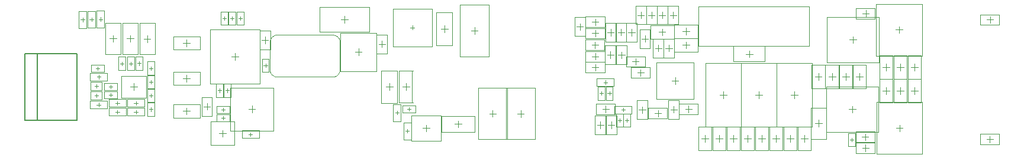
<source format=gbr>
%FSTAX23Y23*%
%MOIN*%
%SFA1B1*%

%IPPOS*%
%ADD92C,0.007874*%
%ADD94C,0.003937*%
%ADD144C,0.001968*%
%LNpcb_mechanical_15-1*%
%LPD*%
G54D92*
X00433Y0097D02*
X00655D01*
Y00592D02*
Y0097D01*
X00364Y00592D02*
X00655D01*
X00433D02*
Y0097D01*
X00364Y00592D02*
Y0097D01*
X00433*
G54D94*
X01782Y01076D02*
D01*
X01779Y01076*
X01777Y01075*
X01774Y01075*
X01771Y01074*
X01769Y01073*
X01766Y01072*
X01764Y01071*
X01761Y0107*
X01759Y01068*
X01757Y01066*
X01755Y01065*
X01753Y01063*
X01751Y0106*
X01749Y01058*
X01748Y01056*
X01747Y01053*
X01746Y01051*
X01745Y01048*
X01744Y01046*
X01743Y01043*
X01743Y0104*
X01743Y01038*
X01743Y01036*
Y00879D02*
D01*
X01743Y00876*
X01743Y00873*
X01744Y00871*
X01744Y00868*
X01745Y00865*
X01746Y00863*
X01747Y0086*
X01749Y00858*
X0175Y00856*
X01752Y00853*
X01754Y00851*
X01756Y0085*
X01758Y00848*
X0176Y00846*
X01762Y00845*
X01765Y00843*
X01767Y00842*
X0177Y00841*
X01772Y00841*
X01775Y0084*
X01778Y0084*
X01781Y00839*
X01782Y00839*
X02136Y01036D02*
D01*
X02136Y01039*
X02136Y01042*
X02135Y01044*
X02135Y01047*
X02134Y0105*
X02133Y01052*
X02132Y01055*
X0213Y01057*
X02129Y01059*
X02127Y01062*
X02125Y01064*
X02123Y01065*
X02121Y01067*
X02119Y01069*
X02117Y0107*
X02114Y01072*
X02112Y01073*
X02109Y01074*
X02107Y01074*
X02104Y01075*
X02101Y01075*
X02098Y01076*
X02097Y01076*
Y00839D02*
D01*
X021Y00839*
X02102Y0084*
X02105Y0084*
X02108Y00841*
X0211Y00842*
X02113Y00843*
X02115Y00844*
X02118Y00845*
X0212Y00847*
X02122Y00849*
X02124Y0085*
X02126Y00852*
X02128Y00855*
X0213Y00857*
X02131Y00859*
X02132Y00862*
X02133Y00864*
X02134Y00867*
X02135Y00869*
X02136Y00872*
X02136Y00875*
X02136Y00877*
X02136Y00879*
X01388Y00652D02*
Y00689D01*
X01369Y00671D02*
X01406D01*
X05193Y00761D02*
X05233D01*
X05213Y00741D02*
Y00781D01*
X02726Y01091D02*
Y0113D01*
X02706Y01111D02*
X02745D01*
X02374Y01005D02*
Y01042D01*
X02355Y01024D02*
X02392D01*
X01052Y01034D02*
Y01073D01*
X01032Y01054D02*
X01071D01*
X00956Y01035D02*
Y01074D01*
X00936Y01055D02*
X00975D01*
X0086Y01035D02*
Y01074D01*
X0084Y01055D02*
X00879D01*
X02546Y01106D02*
Y01129D01*
X02534Y01118D02*
X02557D01*
X02222Y00979D02*
X02261D01*
X02242Y0096D02*
Y00999D01*
X02164Y01143D02*
Y01183D01*
X02144Y01163D02*
X02183D01*
X00677Y01162D02*
X00698D01*
X00688Y01151D02*
Y01173D01*
X00666Y01114D02*
Y0121D01*
X00709Y01114D02*
Y0121D01*
X00666Y01114D02*
X00709D01*
X00666Y0121D02*
X00709D01*
X02136Y00879D02*
Y01036D01*
X01782Y00839D02*
X02097D01*
X01782Y01076D02*
X02097D01*
X01743Y00879D02*
Y01036D01*
X02997Y00612D02*
Y00651D01*
X02978Y00631D02*
X03017D01*
X03155Y00611D02*
Y00651D01*
X03135Y00631D02*
X03174D01*
X01526Y00954D02*
X01565D01*
X01545Y00934D02*
Y00973D01*
X04025Y00797D02*
Y00836D01*
X04005Y00817D02*
X04044D01*
X00976Y00762D02*
Y00802D01*
X00956Y00782D02*
X00995D01*
X02623Y00529D02*
Y00568D01*
X02603Y00549D02*
X02642D01*
X03723Y00944D02*
Y00981D01*
X03704Y00963D02*
X03742D01*
X03661Y00944D02*
Y00982D01*
X03642Y00963D02*
X0368D01*
X03584Y00786D02*
Y00829D01*
X03681Y00786D02*
Y00829D01*
X03584D02*
X03681D01*
X03584Y00786D02*
X03681D01*
X03622Y00808D02*
X03643D01*
X03633Y00797D02*
Y00819D01*
X03599Y00745D02*
X0362D01*
X0361Y00735D02*
Y00755D01*
X03932Y01092D02*
X03971D01*
X03952Y01072D02*
Y01111D01*
X03744Y00592D02*
X03764D01*
X03754Y00582D02*
Y00603D01*
X0501Y00482D02*
X05031D01*
X05021Y00472D02*
Y00492D01*
X05024Y00635D02*
Y00674D01*
X05004Y00655D02*
X05043D01*
X05077Y005D02*
X05114D01*
X05096Y00481D02*
Y00518D01*
X04496Y00716D02*
Y00755D01*
X04476Y00735D02*
X04515D01*
X04082Y00656D02*
X04119D01*
X04101Y00637D02*
Y00675D01*
X03556Y01085D02*
X03593D01*
X03575Y01066D02*
Y01103D01*
X03556Y00892D02*
X03593D01*
X03575Y00873D02*
Y00911D01*
X03556Y00954D02*
X03593D01*
X03575Y00935D02*
Y00972D01*
X03556Y0115D02*
X03593D01*
X03575Y01131D02*
Y01168D01*
X03489Y01104D02*
Y01141D01*
X0347Y01123D02*
X03507D01*
X05027Y01029D02*
Y01068D01*
X05007Y01049D02*
X05046D01*
X05268Y00549D02*
X05307D01*
X05288Y00529D02*
Y00568D01*
X03684Y00631D02*
Y00674D01*
X03781Y00631D02*
Y00674D01*
X03684D02*
X03781D01*
X03684Y00631D02*
X03781D01*
X03722Y00653D02*
X03743D01*
X03733Y00642D02*
Y00663D01*
X03702Y00592D02*
X03722D01*
X03712Y00582D02*
Y00603D01*
X03644Y00745D02*
X03665D01*
X03655Y00735D02*
Y00755D01*
X03931Y00982D02*
Y01019D01*
X03912Y01001D02*
X03949D01*
X04017Y00635D02*
Y00672D01*
X03998Y00654D02*
X04035D01*
X0384Y00634D02*
Y00671D01*
X03821Y00653D02*
X03859D01*
X04422Y00968D02*
X04462D01*
X04442Y00949D02*
Y00988D01*
X03616Y00657D02*
X03653D01*
X03634Y00638D02*
Y00675D01*
X05078Y00437D02*
X05115D01*
X05097Y00418D02*
Y00455D01*
X03665Y00548D02*
Y00586D01*
X03647Y00567D02*
X03684D01*
X03953Y0117D02*
Y01207D01*
X03934Y01188D02*
X03971D01*
X04014Y0117D02*
Y01207D01*
X03995Y01188D02*
X04032D01*
X03833Y0117D02*
Y01207D01*
X03814Y01188D02*
X03851D01*
X03893Y0117D02*
Y01207D01*
X03874Y01188D02*
X03911D01*
X03855Y01035D02*
Y01072D01*
X03836Y01054D02*
X03873D01*
X05079Y01197D02*
X05116D01*
X05098Y01178D02*
Y01215D01*
X03604Y00548D02*
Y00586D01*
X03585Y00567D02*
X03622D01*
X0378Y01071D02*
Y01109D01*
X03761Y0109D02*
X03798D01*
X03662Y01071D02*
Y01109D01*
X03643Y0109D02*
X03681D01*
X03721Y01072D02*
Y01109D01*
X03702Y01091D02*
X03739D01*
X03556Y01019D02*
X03593D01*
X03574Y01D02*
Y01038D01*
X03783Y00925D02*
X0382D01*
X03802Y00906D02*
Y00943D01*
X05778Y00486D02*
X05815D01*
X05797Y00467D02*
Y00504D01*
X05779Y01162D02*
X05816D01*
X05798Y01143D02*
Y0118D01*
X03812Y00863D02*
X03849D01*
X03831Y00844D02*
Y00881D01*
X0399Y00982D02*
Y01019D01*
X03971Y01001D02*
X04008D01*
X04296Y00716D02*
Y00755D01*
X04276Y00736D02*
X04315D01*
X04696Y00716D02*
Y00755D01*
X04676Y00736D02*
X04715D01*
X05267Y01105D02*
X05306D01*
X05287Y01085D02*
Y01124D01*
X03909Y00633D02*
X03946D01*
X03928Y00614D02*
Y00651D01*
X04067Y01096D02*
X04106D01*
X04087Y01076D02*
Y01115D01*
X04067Y01019D02*
X04106D01*
X04087Y00999D02*
Y01038D01*
X04832Y0082D02*
Y0086D01*
X04812Y0084D02*
X04851D01*
X05373Y00741D02*
Y00781D01*
X05353Y00761D02*
X05393D01*
X05293Y00741D02*
Y00781D01*
X05273Y00761D02*
X05313D01*
X04833Y00556D02*
Y00595D01*
X04813Y00576D02*
X04852D01*
X04986Y0082D02*
Y00859D01*
X04966Y0084D02*
X05005D01*
X04909Y0082D02*
Y00859D01*
X04889Y0084D02*
X04928D01*
X05213Y00872D02*
Y00912D01*
X05193Y00892D02*
X05233D01*
X05293Y00872D02*
Y00912D01*
X05273Y00892D02*
X05313D01*
X05373Y00872D02*
Y00912D01*
X05353Y00892D02*
X05393D01*
X05063Y00819D02*
Y00859D01*
X05043Y00839D02*
X05082D01*
X04752Y00469D02*
Y00509D01*
X04733Y00489D02*
X04772D01*
X04672Y00469D02*
Y00509D01*
X04653Y00489D02*
X04692D01*
X04592Y00469D02*
Y00509D01*
X04573Y00489D02*
X04612D01*
X04512Y00469D02*
Y00509D01*
X04493Y00489D02*
X04532D01*
X04432Y00469D02*
Y00509D01*
X04413Y00489D02*
X04452D01*
X04352Y00469D02*
Y00509D01*
X04333Y00489D02*
X04372D01*
X04272Y00469D02*
Y00509D01*
X04253Y00489D02*
X04292D01*
X04192Y00469D02*
Y00509D01*
X04173Y00489D02*
X04212D01*
X00765Y00722D02*
Y00742D01*
X00755Y00732D02*
X00775D01*
X00765Y00778D02*
Y00797D01*
X00755Y00788D02*
X00775D01*
X01718Y00892D02*
Y00913D01*
X01707Y00903D02*
X01728D01*
X01476Y00499D02*
Y00538D01*
X01456Y00519D02*
X01495D01*
X01072Y008D02*
Y0082D01*
X01062Y0081D02*
X01082D01*
X00779Y00828D02*
Y0085D01*
X00768Y00839D02*
X0079D01*
X00731Y00861D02*
X00827D01*
X00731Y00818D02*
X00827D01*
X00731D02*
Y00861D01*
X00827Y00818D02*
Y00861D01*
X00778Y0067D02*
Y00692D01*
X00767Y00681D02*
X00789D01*
X0073Y00703D02*
X00826D01*
X0073Y0066D02*
X00826D01*
X0073D02*
Y00703D01*
X00826Y0066D02*
Y00703D01*
X00958Y00904D02*
Y00924D01*
X00948Y00914D02*
X00968D01*
X00763Y00888D02*
X00784D01*
X00774Y00877D02*
Y00898D01*
X01073Y00878D02*
Y00898D01*
X01062Y00888D02*
X01083D01*
X01697Y01047D02*
X01734D01*
X01716Y01028D02*
Y01065D01*
X01503Y00751D02*
Y00772D01*
X01493Y00762D02*
X01513D01*
X01458Y00751D02*
Y00772D01*
X01448Y00762D02*
X01468D01*
X01274Y0081D02*
Y00849D01*
X01254Y0083D02*
X01293D01*
X01274Y00625D02*
Y00664D01*
X01254Y00645D02*
X01293D01*
X01274Y01011D02*
Y0105D01*
X01254Y01031D02*
X01293D01*
X01575Y0116D02*
Y0118D01*
X01565Y0117D02*
X01585D01*
X0153Y0116D02*
Y0118D01*
X0152Y0117D02*
X0154D01*
X01485Y0116D02*
Y0118D01*
X01475Y0117D02*
X01495D01*
X01469Y00652D02*
X01489D01*
X01479Y00642D02*
Y00662D01*
X01469Y00607D02*
X01489D01*
X01479Y00597D02*
Y00617D01*
X01622Y00656D02*
X01661D01*
X01642Y00636D02*
Y00675D01*
X01634Y00503D02*
Y00524D01*
X01623Y00514D02*
X01644D01*
X01585Y00535D02*
X01682D01*
X01585Y00492D02*
X01682D01*
X01585D02*
Y00535D01*
X01682Y00492D02*
Y00535D01*
X02416Y00762D02*
Y00802D01*
X02396Y00782D02*
X02435D01*
X02895Y0108D02*
Y01119D01*
X02875Y011D02*
X02914D01*
X00767Y01116D02*
X00811D01*
X00767Y01212D02*
X00811D01*
X00767Y01116D02*
Y01212D01*
X00811Y01116D02*
Y01212D01*
X00789Y01153D02*
Y01175D01*
X00778Y01164D02*
X008D01*
X00716Y01211D02*
X00759D01*
X00716Y01115D02*
X00759D01*
Y01211*
X00716Y01115D02*
Y01211D01*
X00738Y01152D02*
Y01174D01*
X00727Y01163D02*
X00748D01*
X00995Y00915D02*
X01015D01*
X01005Y00904D02*
Y00925D01*
X00939Y00619D02*
Y00662D01*
X01036Y00619D02*
Y00662D01*
X00939D02*
X01036D01*
X00939Y00619D02*
X01036D01*
X00977Y00641D02*
X00999D01*
X00988Y0063D02*
Y00651D01*
X00939Y00669D02*
Y00712D01*
X01036Y00669D02*
Y00712D01*
X00939D02*
X01036D01*
X00939Y00669D02*
X01036D01*
X00977Y00691D02*
X00998D01*
X00988Y0068D02*
Y00701D01*
X00836Y00619D02*
Y00662D01*
X00932Y00619D02*
Y00662D01*
X00836D02*
X00932D01*
X00836Y00619D02*
X00932D01*
X00873Y00641D02*
X00895D01*
X00884Y0063D02*
Y00651D01*
X00836Y00669D02*
Y00712D01*
X00932Y00669D02*
Y00712D01*
X00836D02*
X00932D01*
X00836Y00669D02*
X00932D01*
X00873Y00691D02*
X00895D01*
X00884Y0068D02*
Y00701D01*
X00847Y00773D02*
Y00793D01*
X00837Y00783D02*
X00857D01*
X00847Y00727D02*
Y00747D01*
X00837Y00737D02*
X00857D01*
X00901Y00914D02*
X00921D01*
X00911Y00904D02*
Y00924D01*
X01062Y00733D02*
X01082D01*
X01072Y00722D02*
Y00743D01*
X01062Y00655D02*
X01082D01*
X01072Y00644D02*
Y00665D01*
X02784Y00572D02*
X02823D01*
X02804Y00552D02*
Y00591D01*
X02495Y00581D02*
X02538D01*
X02495Y00484D02*
X02538D01*
Y00581*
X02495Y00484D02*
Y00581D01*
X02517Y00522D02*
Y00543D01*
X02506Y00533D02*
X02527D01*
X02526Y00646D02*
Y00667D01*
X02515Y00657D02*
X02536D01*
X02509Y00763D02*
Y00803D01*
X02489Y00783D02*
X02528D01*
X02437Y00587D02*
X0248D01*
X02437Y00684D02*
X0248D01*
X02437Y00587D02*
Y00684D01*
X0248Y00587D02*
Y00684D01*
X02459Y00625D02*
Y00646D01*
X02448Y00635D02*
X02469D01*
G54D144*
X0478Y01013D02*
Y01238D01*
X04155Y01013D02*
Y01238D01*
X0478*
X04155Y01013D02*
X0478D01*
X01358Y00724D02*
X01417D01*
X01358Y00617D02*
X01417D01*
Y00724*
X01358Y00617D02*
Y00724D01*
X05251Y00694D02*
Y00828D01*
X05176Y00694D02*
Y00828D01*
X05251*
X05176Y00694D02*
X05251D01*
X0268Y01018D02*
X02771D01*
X0268Y01203D02*
X02771D01*
X0268Y01018D02*
Y01203D01*
X02771Y01018D02*
Y01203D01*
X02344Y0097D02*
X02403D01*
X02344Y01077D02*
X02403D01*
X02344Y0097D02*
Y01077D01*
X02403Y0097D02*
Y01077D01*
X01008Y00965D02*
X01095D01*
X01008Y01142D02*
X01095D01*
X01008Y00965D02*
Y01142D01*
X01095Y00965D02*
Y01142D01*
X00912Y00966D02*
X00999D01*
X00912Y01143D02*
X00999D01*
X00912Y00966D02*
Y01143D01*
X00999Y00966D02*
Y01143D01*
X00816Y00966D02*
X00903D01*
X00816Y01143D02*
X00903D01*
X00816Y00966D02*
Y01143D01*
X00903Y00966D02*
Y01143D01*
X02435Y01011D02*
X02656D01*
X02435D02*
Y01224D01*
X02656Y01011D02*
Y01224D01*
X02435D02*
X02656D01*
X02342Y0087D02*
Y01087D01*
X02141Y0087D02*
Y01087D01*
X02342*
X02141Y0087D02*
X02342D01*
X02024Y01232D02*
X02304D01*
X02024Y01094D02*
X02304D01*
X02024D02*
Y01232D01*
X02304Y01094D02*
Y01232D01*
X02915Y00777D02*
X0308D01*
X02915Y00486D02*
X0308D01*
Y00777*
X02915Y00486D02*
Y00777D01*
X03072Y00777D02*
X03237D01*
X03072Y00485D02*
X03237D01*
Y00777*
X03072Y00485D02*
Y00777D01*
X01685Y008D02*
Y01107D01*
X01405Y008D02*
Y01107D01*
X01685*
X01405Y008D02*
X01685D01*
X03921Y0092D02*
X04128D01*
X03921Y00713D02*
X04128D01*
Y0092*
X03921Y00713D02*
Y0092D01*
X00905Y0072D02*
X01047D01*
X00905Y00844D02*
X01047D01*
Y0072D02*
Y00844D01*
X00905Y0072D02*
Y00844D01*
X0254Y00478D02*
X02705D01*
X0254Y00619D02*
X02705D01*
Y00478D02*
Y00619D01*
X0254Y00478D02*
Y00619D01*
X03693Y00909D02*
X03752D01*
X03693Y01016D02*
X03752D01*
X03693Y00909D02*
Y01016D01*
X03752Y00909D02*
Y01016D01*
X03631Y0091D02*
X0369D01*
X03631Y01016D02*
X0369D01*
X03631Y0091D02*
Y01016D01*
X0369Y0091D02*
Y01016D01*
X03629Y00708D02*
Y00783D01*
X0359Y00708D02*
Y00783D01*
X03629*
X0359Y00708D02*
X03629D01*
X04018Y01054D02*
Y01129D01*
X03885Y01054D02*
Y01129D01*
Y01054D02*
X04018D01*
X03885Y01129D02*
X04018D01*
X03773Y00555D02*
Y0063D01*
X03734Y00555D02*
Y0063D01*
X03773*
X03734Y00555D02*
X03773D01*
X0504Y00445D02*
Y0052D01*
X05001Y00445D02*
Y0052D01*
X0504*
X05001Y00445D02*
X0504D01*
X04877Y00784D02*
X0517D01*
X04877Y00525D02*
X0517D01*
X04877D02*
Y00784D01*
X0517Y00525D02*
Y00784D01*
X05149Y0047D02*
Y00529D01*
X05042Y0047D02*
Y00529D01*
Y0047D02*
X05149D01*
X05042Y00529D02*
X05149D01*
X04395Y00915D02*
X04596D01*
X04395Y00556D02*
X04596D01*
Y00915*
X04395Y00556D02*
Y00915D01*
X04154Y00627D02*
Y00686D01*
X04047Y00627D02*
Y00686D01*
Y00627D02*
X04154D01*
X04047Y00686D02*
X04154D01*
X03521Y01055D02*
Y01114D01*
X03628Y01055D02*
Y01114D01*
X03521D02*
X03628D01*
X03521Y01055D02*
X03628D01*
X03521Y00863D02*
Y00922D01*
X03628Y00863D02*
Y00922D01*
X03521D02*
X03628D01*
X03521Y00863D02*
X03628D01*
X03521Y00924D02*
Y00983D01*
X03628Y00924D02*
Y00983D01*
X03521D02*
X03628D01*
X03521Y00924D02*
X03628D01*
X03521Y0112D02*
Y01179D01*
X03628Y0112D02*
Y01179D01*
X03521D02*
X03628D01*
X03521Y0112D02*
X03628D01*
X03459Y01069D02*
X03518D01*
X03459Y01176D02*
X03518D01*
X03459Y01069D02*
Y01176D01*
X03518Y01069D02*
Y01176D01*
X0488Y01178D02*
X05173D01*
X0488Y00919D02*
X05173D01*
X0488D02*
Y01178D01*
X05173Y00919D02*
Y01178D01*
X05417Y00402D02*
Y00695D01*
X05158Y00402D02*
Y00695D01*
X05417*
X05158Y00402D02*
X05417D01*
X03732Y00555D02*
Y0063D01*
X03692Y00555D02*
Y0063D01*
X03732*
X03692Y00555D02*
X03732D01*
X03674Y00708D02*
Y00783D01*
X03635Y00708D02*
Y00783D01*
X03674*
X03635Y00708D02*
X03674D01*
X03901Y00947D02*
X0396D01*
X03901Y01054D02*
X0396D01*
X03901Y00947D02*
Y01054D01*
X0396Y00947D02*
Y01054D01*
X03987Y00707D02*
X04046D01*
X03987Y006D02*
X04046D01*
Y00707*
X03987Y006D02*
Y00707D01*
X03811Y00706D02*
X0387D01*
X03811Y00599D02*
X0387D01*
Y00706*
X03811Y00599D02*
Y00706D01*
X04531Y00925D02*
Y01012D01*
X04353Y00925D02*
Y01012D01*
Y00925D02*
X04531D01*
X04353Y01012D02*
X04531D01*
X03581Y00627D02*
Y00686D01*
X03687Y00627D02*
Y00686D01*
X03581D02*
X03687D01*
X03581Y00627D02*
X03687D01*
X05043Y00407D02*
Y00466D01*
X0515Y00407D02*
Y00466D01*
X05043D02*
X0515D01*
X05043Y00407D02*
X0515D01*
X03636Y00514D02*
X03695D01*
X03636Y0062D02*
X03695D01*
X03636Y00514D02*
Y0062D01*
X03695Y00514D02*
Y0062D01*
X03923Y01135D02*
X03982D01*
X03923Y01241D02*
X03982D01*
X03923Y01135D02*
Y01241D01*
X03982Y01135D02*
Y01241D01*
X03984D02*
X04043D01*
X03984Y01135D02*
X04043D01*
Y01241*
X03984Y01135D02*
Y01241D01*
X03803Y01135D02*
X03862D01*
X03803Y01241D02*
X03862D01*
X03803Y01135D02*
Y01241D01*
X03862Y01135D02*
Y01241D01*
X03863D02*
X03922D01*
X03863Y01135D02*
X03922D01*
Y01241*
X03863Y01135D02*
Y01241D01*
X03825Y01107D02*
X03884D01*
X03825Y01D02*
X03884D01*
Y01107*
X03825Y01D02*
Y01107D01*
X05044Y01167D02*
Y01226D01*
X05151Y01167D02*
Y01226D01*
X05044D02*
X05151D01*
X05044Y01167D02*
X05151D01*
X03574Y0062D02*
X03633D01*
X03574Y00514D02*
X03633D01*
Y0062*
X03574Y00514D02*
Y0062D01*
X0375Y01143D02*
X03809D01*
X0375Y01037D02*
X03809D01*
Y01143*
X0375Y01037D02*
Y01143D01*
X03633Y01037D02*
X03692D01*
X03633Y01143D02*
X03692D01*
X03633Y01037D02*
Y01143D01*
X03692Y01037D02*
Y01143D01*
X03691Y01037D02*
X0375D01*
X03691Y01144D02*
X0375D01*
X03691Y01037D02*
Y01144D01*
X0375Y01037D02*
Y01144D01*
X03627Y0099D02*
Y01049D01*
X03521Y0099D02*
Y01049D01*
Y0099D02*
X03627D01*
X03521Y01049D02*
X03627D01*
X03855Y00895D02*
Y00954D01*
X03748Y00895D02*
Y00954D01*
Y00895D02*
X03855D01*
X03748Y00954D02*
X03855D01*
X0585Y00456D02*
Y00515D01*
X05743Y00456D02*
Y00515D01*
Y00456D02*
X0585D01*
X05743Y00515D02*
X0585D01*
X05851Y01132D02*
Y01191D01*
X05744Y01132D02*
Y01191D01*
Y01132D02*
X05851D01*
X05744Y01191D02*
X05851D01*
X03884Y00833D02*
Y00892D01*
X03777Y00833D02*
Y00892D01*
Y00833D02*
X03884D01*
X03777Y00892D02*
X03884D01*
X0396Y00947D02*
X04019D01*
X0396Y01054D02*
X04019D01*
X0396Y00947D02*
Y01054D01*
X04019Y00947D02*
Y01054D01*
X04195Y00915D02*
X04396D01*
X04195Y00556D02*
X04396D01*
Y00915*
X04195Y00556D02*
Y00915D01*
X04595Y00556D02*
X04796D01*
X04595Y00915D02*
X04796D01*
X04595Y00556D02*
Y00915D01*
X04796Y00556D02*
Y00915D01*
X05157Y00958D02*
Y01251D01*
X05416Y00958D02*
Y01251D01*
X05157Y00958D02*
X05416D01*
X05157Y01251D02*
X05416D01*
X03981Y00603D02*
Y00662D01*
X03874Y00603D02*
Y00662D01*
Y00603D02*
X03981D01*
X03874Y00662D02*
X03981D01*
X0402Y01058D02*
Y01133D01*
X04153Y01058D02*
Y01133D01*
X0402D02*
X04153D01*
X0402Y01058D02*
X04153D01*
X0402Y00981D02*
Y01056D01*
X04153Y00981D02*
Y01056D01*
X0402D02*
X04153D01*
X0402Y00981D02*
X04153D01*
X04794Y00773D02*
X04869D01*
X04794Y00907D02*
X04869D01*
X04794Y00773D02*
Y00907D01*
X04869Y00773D02*
Y00907D01*
X05336Y00694D02*
X0541D01*
X05336Y00828D02*
X0541D01*
X05336Y00694D02*
Y00828D01*
X0541Y00694D02*
Y00828D01*
X05256Y00694D02*
X0533D01*
X05256Y00828D02*
X0533D01*
X05256Y00694D02*
Y00828D01*
X0533Y00694D02*
Y00828D01*
X04789Y00487D02*
X04876D01*
X04789Y00664D02*
X04876D01*
X04789Y00487D02*
Y00664D01*
X04876Y00487D02*
Y00664D01*
X04948Y00773D02*
X05023D01*
X04948Y00906D02*
X05023D01*
X04948Y00773D02*
Y00906D01*
X05023Y00773D02*
Y00906D01*
X04871Y00773D02*
X04946D01*
X04871Y00906D02*
X04946D01*
X04871Y00773D02*
Y00906D01*
X04946Y00773D02*
Y00906D01*
X05176Y00959D02*
X05251D01*
X05176Y00825D02*
X05251D01*
Y00959*
X05176Y00825D02*
Y00959D01*
X05256D02*
X05331D01*
X05256Y00825D02*
X05331D01*
Y00959*
X05256Y00825D02*
Y00959D01*
X05336D02*
X05411D01*
X05336Y00825D02*
X05411D01*
Y00959*
X05336Y00825D02*
Y00959D01*
X05025Y00772D02*
X051D01*
X05025Y00906D02*
X051D01*
X05025Y00772D02*
Y00906D01*
X051Y00772D02*
Y00906D01*
X04715Y00422D02*
X0479D01*
X04715Y00556D02*
X0479D01*
X04715Y00422D02*
Y00556D01*
X0479Y00422D02*
Y00556D01*
X04635Y00422D02*
X0471D01*
X04635Y00556D02*
X0471D01*
X04635Y00422D02*
Y00556D01*
X0471Y00422D02*
Y00556D01*
X04555Y00422D02*
X0463D01*
X04555Y00556D02*
X0463D01*
X04555Y00422D02*
Y00556D01*
X0463Y00422D02*
Y00556D01*
X04475Y00422D02*
X0455D01*
X04475Y00556D02*
X0455D01*
X04475Y00422D02*
Y00556D01*
X0455Y00422D02*
Y00556D01*
X04395Y00422D02*
X0447D01*
X04395Y00556D02*
X0447D01*
X04395Y00422D02*
Y00556D01*
X0447Y00422D02*
Y00556D01*
X04315Y00422D02*
X0439D01*
X04315Y00556D02*
X0439D01*
X04315Y00422D02*
Y00556D01*
X0439Y00422D02*
Y00556D01*
X04235Y00422D02*
X0431D01*
X04235Y00556D02*
X0431D01*
X04235Y00422D02*
Y00556D01*
X0431Y00422D02*
Y00556D01*
X04155Y00422D02*
X0423D01*
X04155Y00556D02*
X0423D01*
X04155Y00422D02*
Y00556D01*
X0423Y00422D02*
Y00556D01*
X00734Y00709D02*
X00797D01*
X00734Y00756D02*
X00797D01*
Y00709D02*
Y00756D01*
X00734Y00709D02*
Y00756D01*
Y00764D02*
X00797D01*
X00734Y00811D02*
X00797D01*
Y00764D02*
Y00811D01*
X00734Y00764D02*
Y00811D01*
X01698Y00865D02*
X01737D01*
X01698Y0094D02*
X01737D01*
X01698Y00865D02*
Y0094D01*
X01737Y00865D02*
Y0094D01*
X01409Y00452D02*
X01542D01*
X01409Y00585D02*
X01542D01*
Y00452D02*
Y00585D01*
X01409Y00452D02*
Y00585D01*
X01052Y00773D02*
X01092D01*
X01052Y00848D02*
X01092D01*
X01052Y00773D02*
Y00848D01*
X01092Y00773D02*
Y00848D01*
X00938Y00952D02*
X00978D01*
X00938Y00877D02*
X00978D01*
Y00952*
X00938Y00877D02*
Y00952D01*
X00811Y00868D02*
Y00907D01*
X00736Y00868D02*
Y00907D01*
Y00868D02*
X00811D01*
X00736Y00907D02*
X00811D01*
X01053Y00925D02*
X01092D01*
X01053Y00851D02*
X01092D01*
Y00925*
X01053Y00851D02*
Y00925D01*
X01745Y00993D02*
Y011D01*
X01686Y00993D02*
Y011D01*
X01745*
X01686Y00993D02*
X01745D01*
X01484Y00724D02*
X01523D01*
X01484Y00799D02*
X01523D01*
X01484Y00724D02*
Y00799D01*
X01523Y00724D02*
Y00799D01*
X01439Y00724D02*
X01478D01*
X01439Y00799D02*
X01478D01*
X01439Y00724D02*
Y00799D01*
X01478Y00724D02*
Y00799D01*
X01199Y00792D02*
X01349D01*
X01199Y00867D02*
X01349D01*
Y00792D02*
Y00867D01*
X01199Y00792D02*
Y00867D01*
Y00607D02*
X01349D01*
X01199Y00682D02*
X01349D01*
Y00607D02*
Y00682D01*
X01199Y00607D02*
Y00682D01*
Y00993D02*
X01349D01*
X01199Y01068D02*
X01349D01*
Y00993D02*
Y01068D01*
X01199Y00993D02*
Y01068D01*
X01555Y01207D02*
X01595D01*
X01555Y01132D02*
X01595D01*
Y01207*
X01555Y01132D02*
Y01207D01*
X0151D02*
X0155D01*
X0151Y01132D02*
X0155D01*
Y01207*
X0151Y01132D02*
Y01207D01*
X01465D02*
X01505D01*
X01465Y01132D02*
X01505D01*
Y01207*
X01465Y01132D02*
Y01207D01*
X01442Y00632D02*
Y00672D01*
X01516Y00632D02*
Y00672D01*
X01442D02*
X01516D01*
X01442Y00632D02*
X01516D01*
X01442Y00587D02*
Y00627D01*
X01516Y00587D02*
Y00627D01*
X01442D02*
X01516D01*
X01442Y00587D02*
X01516D01*
X0152Y00534D02*
Y00777D01*
X01763Y00534D02*
Y00777D01*
X0152D02*
X01763D01*
X0152Y00534D02*
X01763D01*
X0237Y00874D02*
X02461D01*
X0237Y00689D02*
X02461D01*
Y00874*
X0237Y00689D02*
Y00874D01*
X02812Y01245D02*
X02977D01*
X02812Y00954D02*
X02977D01*
Y01245*
X02812Y00954D02*
Y01245D01*
X00986Y00877D02*
Y00952D01*
X01025Y00877D02*
Y00952D01*
X00986Y00877D02*
X01025D01*
X00986Y00952D02*
X01025D01*
X0081Y00763D02*
X00884D01*
X0081Y00803D02*
X00884D01*
Y00763D02*
Y00803D01*
X0081Y00763D02*
Y00803D01*
Y00717D02*
X00884D01*
X0081Y00757D02*
X00884D01*
Y00717D02*
Y00757D01*
X0081Y00717D02*
Y00757D01*
X00891Y00877D02*
Y00952D01*
X00931Y00877D02*
Y00952D01*
X00891Y00877D02*
X00931D01*
X00891Y00952D02*
X00931D01*
X01092Y00695D02*
Y0077D01*
X01052Y00695D02*
Y0077D01*
X01092*
X01052Y00695D02*
X01092D01*
Y00617D02*
Y00692D01*
X01052Y00617D02*
Y00692D01*
X01092*
X01052Y00617D02*
X01092D01*
X02896Y00526D02*
Y00617D01*
X02711Y00526D02*
Y00617D01*
Y00526D02*
X02896D01*
X02711Y00617D02*
X02896D01*
X02488Y00676D02*
X02563D01*
X02488Y00637D02*
X02563D01*
X02488D02*
Y00676D01*
X02563Y00637D02*
Y00676D01*
X02469Y00873D02*
X02548D01*
X02469Y00692D02*
X02548D01*
X02544D02*
Y00873D01*
X02469Y00692D02*
Y00873D01*
M02*
</source>
